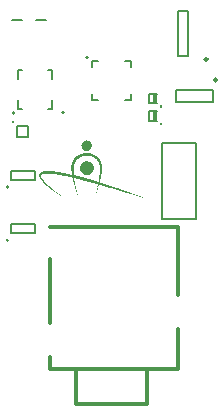
<source format=gbr>
%TF.GenerationSoftware,Altium Limited,Altium Designer,22.5.1 (42)*%
G04 Layer_Color=65535*
%FSLAX45Y45*%
%MOMM*%
%TF.SameCoordinates,A79CAE12-DCBF-455A-9705-E792248E02F7*%
%TF.FilePolarity,Positive*%
%TF.FileFunction,Legend,Top*%
%TF.Part,Single*%
G01*
G75*
%TA.AperFunction,NonConductor*%
%ADD44C,0.20000*%
%ADD45C,0.25400*%
%ADD46C,0.25000*%
%ADD47C,0.20320*%
%ADD48C,0.30000*%
%ADD49C,0.15000*%
%ADD50C,0.15240*%
%ADD51R,0.40000X0.80000*%
G36*
X-206093Y-1205478D02*
X-205057D01*
Y-1206514D01*
X-204021D01*
Y-1207551D01*
X-200913D01*
Y-1206514D01*
X-198841D01*
Y-1207551D01*
X-197805D01*
Y-1208586D01*
X-196769D01*
Y-1209623D01*
X-192624D01*
Y-1211695D01*
X-190553D01*
Y-1212731D01*
X-188480D01*
Y-1213767D01*
X-186408D01*
Y-1214803D01*
X-185372D01*
Y-1215839D01*
X-184336D01*
Y-1216875D01*
X-183300D01*
Y-1217911D01*
X-182264D01*
Y-1218947D01*
X-181228D01*
Y-1219983D01*
X-180192D01*
Y-1221019D01*
X-179156D01*
Y-1222055D01*
X-177084D01*
Y-1226199D01*
X-176047D01*
Y-1227235D01*
X-175012D01*
Y-1231380D01*
X-172939D01*
Y-1232416D01*
X-171903D01*
Y-1236560D01*
X-170867D01*
Y-1237596D01*
X-169832D01*
Y-1261425D01*
X-171903D01*
Y-1263498D01*
X-172939D01*
Y-1264534D01*
X-171903D01*
Y-1267642D01*
X-172939D01*
Y-1268678D01*
X-173975D01*
Y-1269714D01*
X-175012D01*
Y-1273858D01*
X-176047D01*
Y-1274894D01*
X-177084D01*
Y-1275930D01*
X-178120D01*
Y-1276966D01*
X-179156D01*
Y-1278003D01*
X-180192D01*
Y-1279039D01*
X-181228D01*
Y-1280075D01*
X-182264D01*
Y-1281111D01*
X-183300D01*
Y-1282147D01*
X-184336D01*
Y-1283183D01*
X-185372D01*
Y-1284219D01*
X-186408D01*
Y-1285255D01*
X-187444D01*
Y-1286291D01*
X-188480D01*
Y-1287327D01*
X-189516D01*
Y-1288363D01*
X-190553D01*
Y-1289399D01*
X-194697D01*
Y-1291471D01*
X-198841D01*
Y-1292507D01*
X-199877D01*
Y-1293543D01*
X-200913D01*
Y-1294580D01*
X-202985D01*
Y-1293543D01*
X-205057D01*
Y-1294580D01*
X-219562D01*
Y-1293543D01*
X-220598D01*
Y-1294580D01*
X-223706D01*
Y-1293543D01*
X-224743D01*
Y-1291471D01*
X-230959D01*
Y-1290435D01*
X-231995D01*
Y-1289399D01*
X-234067D01*
Y-1287327D01*
X-235103D01*
Y-1286291D01*
X-239247D01*
Y-1284219D01*
X-241320D01*
Y-1283183D01*
X-242355D01*
Y-1282147D01*
X-243392D01*
Y-1281111D01*
X-244428D01*
Y-1279039D01*
X-245464D01*
Y-1276966D01*
X-246500D01*
Y-1274894D01*
X-247535D01*
Y-1273858D01*
X-249608D01*
Y-1271786D01*
X-250644D01*
Y-1269714D01*
X-251680D01*
Y-1266606D01*
X-253752D01*
Y-1257281D01*
X-254788D01*
Y-1253137D01*
X-255824D01*
Y-1251065D01*
X-256861D01*
Y-1247957D01*
X-255824D01*
Y-1246921D01*
X-254788D01*
Y-1242776D01*
X-253752D01*
Y-1238632D01*
X-254788D01*
Y-1237596D01*
X-253752D01*
Y-1235524D01*
X-252716D01*
Y-1233452D01*
X-251680D01*
Y-1231380D01*
X-250644D01*
Y-1229307D01*
X-249608D01*
Y-1227235D01*
X-248572D01*
Y-1225164D01*
X-247535D01*
Y-1224127D01*
X-246500D01*
Y-1223092D01*
X-245464D01*
Y-1222055D01*
X-244428D01*
Y-1221019D01*
X-243392D01*
Y-1219983D01*
X-242355D01*
Y-1218947D01*
X-241320D01*
Y-1217911D01*
X-240283D01*
Y-1216875D01*
X-239247D01*
Y-1215839D01*
X-238211D01*
Y-1214803D01*
X-237175D01*
Y-1213767D01*
X-236139D01*
Y-1212731D01*
X-235103D01*
Y-1211695D01*
X-231995D01*
Y-1210658D01*
X-230959D01*
Y-1209623D01*
X-228887D01*
Y-1208586D01*
X-227851D01*
Y-1207551D01*
X-224743D01*
Y-1206514D01*
X-223706D01*
Y-1207551D01*
X-221634D01*
Y-1206514D01*
X-219562D01*
Y-1204442D01*
X-206093D01*
Y-1205478D01*
D02*
G37*
G36*
X-193661Y-1313229D02*
X-191588D01*
Y-1314265D01*
X-190553D01*
Y-1315301D01*
X-177084D01*
Y-1316336D01*
X-176047D01*
Y-1317373D01*
X-173975D01*
Y-1318409D01*
X-167759D01*
Y-1319445D01*
X-166723D01*
Y-1320481D01*
X-161543D01*
Y-1321517D01*
X-159471D01*
Y-1322553D01*
X-158435D01*
Y-1323589D01*
X-154291D01*
Y-1325661D01*
X-152218D01*
Y-1326697D01*
X-150146D01*
Y-1325661D01*
X-148074D01*
Y-1326697D01*
X-147038D01*
Y-1327733D01*
X-144966D01*
Y-1328770D01*
X-141857D01*
Y-1329805D01*
X-140822D01*
Y-1330842D01*
X-139785D01*
Y-1331877D01*
X-138750D01*
Y-1332914D01*
X-137713D01*
Y-1333950D01*
X-134605D01*
Y-1334986D01*
X-133569D01*
Y-1336022D01*
X-131497D01*
Y-1337058D01*
X-130461D01*
Y-1338094D01*
X-129425D01*
Y-1339130D01*
X-125281D01*
Y-1340166D01*
X-124245D01*
Y-1341202D01*
X-123209D01*
Y-1342238D01*
X-122173D01*
Y-1343274D01*
X-121136D01*
Y-1344310D01*
X-120100D01*
Y-1345346D01*
X-119064D01*
Y-1346383D01*
X-118028D01*
Y-1348454D01*
X-115956D01*
Y-1349491D01*
X-114920D01*
Y-1350527D01*
X-113884D01*
Y-1351563D01*
X-112848D01*
Y-1353635D01*
X-111812D01*
Y-1354671D01*
X-109740D01*
Y-1356743D01*
X-108704D01*
Y-1357779D01*
X-107668D01*
Y-1358815D01*
X-106632D01*
Y-1360887D01*
X-105595D01*
Y-1362959D01*
X-104559D01*
Y-1363995D01*
X-103524D01*
Y-1365032D01*
X-102487D01*
Y-1366068D01*
X-101451D01*
Y-1368140D01*
X-100415D01*
Y-1371248D01*
X-98343D01*
Y-1372284D01*
X-97307D01*
Y-1374356D01*
X-96271D01*
Y-1375392D01*
X-95235D01*
Y-1379536D01*
X-94199D01*
Y-1380572D01*
X-93163D01*
Y-1385753D01*
X-92127D01*
Y-1387825D01*
X-91091D01*
Y-1388861D01*
X-90055D01*
Y-1393005D01*
X-89018D01*
Y-1394041D01*
X-87983D01*
Y-1396113D01*
X-86946D01*
Y-1397150D01*
X-87983D01*
Y-1402330D01*
X-86946D01*
Y-1403365D01*
X-85910D01*
Y-1404402D01*
X-84874D01*
Y-1415799D01*
X-83838D01*
Y-1416834D01*
X-82802D01*
Y-1418906D01*
X-81766D01*
Y-1422015D01*
X-82802D01*
Y-1428231D01*
X-81766D01*
Y-1441700D01*
X-82802D01*
Y-1453097D01*
X-81766D01*
Y-1457241D01*
X-82802D01*
Y-1459313D01*
X-81766D01*
Y-1462421D01*
X-82802D01*
Y-1464493D01*
X-83838D01*
Y-1466565D01*
X-84874D01*
Y-1485214D01*
X-85910D01*
Y-1487287D01*
X-86946D01*
Y-1488323D01*
X-87983D01*
Y-1502828D01*
X-90055D01*
Y-1515260D01*
X-91091D01*
Y-1516296D01*
X-92127D01*
Y-1519404D01*
X-93163D01*
Y-1523549D01*
X-92127D01*
Y-1526657D01*
X-93163D01*
Y-1528729D01*
X-94199D01*
Y-1529765D01*
X-95235D01*
Y-1542198D01*
X-96271D01*
Y-1543234D01*
X-97307D01*
Y-1545306D01*
X-98343D01*
Y-1548414D01*
X-97307D01*
Y-1551522D01*
X-98343D01*
Y-1552558D01*
X-99379D01*
Y-1553594D01*
X-100415D01*
Y-1560847D01*
X-99379D01*
Y-1561883D01*
X-96271D01*
Y-1562919D01*
X-95235D01*
Y-1563955D01*
X-94199D01*
Y-1564991D01*
X-91091D01*
Y-1563955D01*
X-89018D01*
Y-1564991D01*
X-87983D01*
Y-1566027D01*
X-86946D01*
Y-1567063D01*
X-79694D01*
Y-1568099D01*
X-77622D01*
Y-1569135D01*
X-72442D01*
Y-1570171D01*
X-69334D01*
Y-1571208D01*
X-68297D01*
Y-1572243D01*
X-61045D01*
Y-1574316D01*
X-58973D01*
Y-1575352D01*
X-56901D01*
Y-1574316D01*
X-54828D01*
Y-1575352D01*
X-53793D01*
Y-1576388D01*
X-52756D01*
Y-1577424D01*
X-45504D01*
Y-1579496D01*
X-43432D01*
Y-1580532D01*
X-37216D01*
Y-1581568D01*
X-36180D01*
Y-1582604D01*
X-29963D01*
Y-1583640D01*
X-28927D01*
Y-1584676D01*
X-27891D01*
Y-1585712D01*
X-21675D01*
Y-1586749D01*
X-20639D01*
Y-1587784D01*
X-14422D01*
Y-1588820D01*
X-13386D01*
Y-1589857D01*
X-12350D01*
Y-1590892D01*
X-6134D01*
Y-1591929D01*
X-4062D01*
Y-1592965D01*
X-3026D01*
Y-1594001D01*
X2155D01*
Y-1595037D01*
X4227D01*
Y-1596073D01*
X5263D01*
Y-1597109D01*
X11479D01*
Y-1599181D01*
X18732D01*
Y-1600217D01*
X19768D01*
Y-1601253D01*
X20804D01*
Y-1602289D01*
X27020D01*
Y-1603325D01*
X28056D01*
Y-1604361D01*
X34273D01*
Y-1605398D01*
X36345D01*
Y-1606433D01*
X37381D01*
Y-1607470D01*
X42561D01*
Y-1608506D01*
X43597D01*
Y-1609542D01*
X49813D01*
Y-1610578D01*
X51885D01*
Y-1611614D01*
X52922D01*
Y-1612650D01*
X59138D01*
Y-1614722D01*
X66391D01*
Y-1615758D01*
X67426D01*
Y-1616794D01*
X68463D01*
Y-1617830D01*
X74679D01*
Y-1618866D01*
X75715D01*
Y-1619902D01*
X81931D01*
Y-1620939D01*
X82967D01*
Y-1621974D01*
X84003D01*
Y-1623010D01*
X90220D01*
Y-1624047D01*
X91256D01*
Y-1625082D01*
X93328D01*
Y-1626119D01*
X98508D01*
Y-1627155D01*
X100581D01*
Y-1628191D01*
X102653D01*
Y-1629227D01*
X104724D01*
Y-1630263D01*
X105761D01*
Y-1631299D01*
X111977D01*
Y-1632335D01*
X113013D01*
Y-1633371D01*
X115085D01*
Y-1634407D01*
X120265D01*
Y-1635443D01*
X121302D01*
Y-1636479D01*
X127518D01*
Y-1637515D01*
X128554D01*
Y-1638551D01*
X130626D01*
Y-1639588D01*
X135806D01*
Y-1640623D01*
X136842D01*
Y-1641660D01*
X140987D01*
Y-1642696D01*
X142023D01*
Y-1643732D01*
X143059D01*
Y-1644768D01*
X150311D01*
Y-1645804D01*
X151347D01*
Y-1646840D01*
X156528D01*
Y-1647876D01*
X157564D01*
Y-1648912D01*
X158600D01*
Y-1649948D01*
X164816D01*
Y-1650984D01*
X166888D01*
Y-1652020D01*
X168961D01*
Y-1653056D01*
X171032D01*
Y-1654092D01*
X172069D01*
Y-1655128D01*
X178285D01*
Y-1656164D01*
X179321D01*
Y-1657200D01*
X182429D01*
Y-1658237D01*
X186573D01*
Y-1659273D01*
X187610D01*
Y-1660309D01*
X189682D01*
Y-1661345D01*
X191753D01*
Y-1660309D01*
X194862D01*
Y-1661345D01*
X195898D01*
Y-1662381D01*
X197970D01*
Y-1663417D01*
X200042D01*
Y-1664453D01*
X201078D01*
Y-1665489D01*
X205222D01*
Y-1666525D01*
X208331D01*
Y-1667561D01*
X209367D01*
Y-1668597D01*
X215583D01*
Y-1669633D01*
X217655D01*
Y-1670669D01*
X218691D01*
Y-1671705D01*
X223872D01*
Y-1672741D01*
X224908D01*
Y-1673778D01*
X229052D01*
Y-1674814D01*
X230088D01*
Y-1675850D01*
X231124D01*
Y-1676886D01*
X238376D01*
Y-1677921D01*
X239412D01*
Y-1678958D01*
X245629D01*
Y-1679994D01*
X246665D01*
Y-1681030D01*
X247701D01*
Y-1682066D01*
X250809D01*
Y-1683102D01*
X251845D01*
Y-1684138D01*
X259098D01*
Y-1685174D01*
X260134D01*
Y-1687246D01*
X265314D01*
Y-1689318D01*
X263242D01*
Y-1690355D01*
X261170D01*
Y-1689318D01*
X260134D01*
Y-1688282D01*
X258061D01*
Y-1687246D01*
X250809D01*
Y-1686210D01*
X249773D01*
Y-1685174D01*
X247701D01*
Y-1684138D01*
X244593D01*
Y-1685174D01*
X243557D01*
Y-1684138D01*
X241484D01*
Y-1683102D01*
X240449D01*
Y-1682066D01*
X234232D01*
Y-1681030D01*
X232160D01*
Y-1679994D01*
X230088D01*
Y-1678958D01*
X223872D01*
Y-1677921D01*
X222835D01*
Y-1676886D01*
X221800D01*
Y-1675850D01*
X220763D01*
Y-1676886D01*
X216619D01*
Y-1675850D01*
X215583D01*
Y-1674814D01*
X214547D01*
Y-1673778D01*
X206259D01*
Y-1672741D01*
X205222D01*
Y-1670669D01*
X196934D01*
Y-1669633D01*
X195898D01*
Y-1668597D01*
X189682D01*
Y-1667561D01*
X187610D01*
Y-1666525D01*
X186573D01*
Y-1665489D01*
X179321D01*
Y-1664453D01*
X177249D01*
Y-1663417D01*
X176213D01*
Y-1662381D01*
X169996D01*
Y-1661345D01*
X168961D01*
Y-1660309D01*
X162744D01*
Y-1659273D01*
X159636D01*
Y-1658237D01*
X158600D01*
Y-1657200D01*
X151347D01*
Y-1656164D01*
X150311D01*
Y-1655128D01*
X144095D01*
Y-1654092D01*
X143059D01*
Y-1653056D01*
X142023D01*
Y-1652020D01*
X133734D01*
Y-1650984D01*
X132698D01*
Y-1649948D01*
X126482D01*
Y-1648912D01*
X124410D01*
Y-1647876D01*
X123374D01*
Y-1646840D01*
X116121D01*
Y-1644768D01*
X114049D01*
Y-1643732D01*
X111977D01*
Y-1644768D01*
X107833D01*
Y-1643732D01*
X106797D01*
Y-1642696D01*
X104724D01*
Y-1641660D01*
X98508D01*
Y-1640623D01*
X97472D01*
Y-1639588D01*
X95400D01*
Y-1638551D01*
X94364D01*
Y-1639588D01*
X90220D01*
Y-1638551D01*
X89184D01*
Y-1637515D01*
X88148D01*
Y-1636479D01*
X80895D01*
Y-1635443D01*
X79859D01*
Y-1634407D01*
X78823D01*
Y-1633371D01*
X71571D01*
Y-1632335D01*
X70535D01*
Y-1631299D01*
X69499D01*
Y-1630263D01*
X62246D01*
Y-1629227D01*
X61210D01*
Y-1628191D01*
X53957D01*
Y-1627155D01*
X51885D01*
Y-1626119D01*
X50850D01*
Y-1625082D01*
X44633D01*
Y-1624047D01*
X43597D01*
Y-1623010D01*
X41525D01*
Y-1621974D01*
X40489D01*
Y-1623010D01*
X36345D01*
Y-1621974D01*
X34273D01*
Y-1620939D01*
X33236D01*
Y-1619902D01*
X27020D01*
Y-1618866D01*
X24948D01*
Y-1617830D01*
X18732D01*
Y-1616794D01*
X16660D01*
Y-1615758D01*
X15624D01*
Y-1614722D01*
X8371D01*
Y-1613686D01*
X7335D01*
Y-1612650D01*
X4227D01*
Y-1611614D01*
X2155D01*
Y-1612650D01*
X83D01*
Y-1611614D01*
X-1989D01*
Y-1610578D01*
X-3026D01*
Y-1609542D01*
X-10278D01*
Y-1608506D01*
X-11314D01*
Y-1607470D01*
X-13386D01*
Y-1606433D01*
X-14422D01*
Y-1607470D01*
X-18566D01*
Y-1606433D01*
X-20639D01*
Y-1605398D01*
X-21675D01*
Y-1604361D01*
X-28927D01*
Y-1603325D01*
X-29963D01*
Y-1602289D01*
X-32035D01*
Y-1601253D01*
X-35144D01*
Y-1602289D01*
X-37216D01*
Y-1601253D01*
X-38252D01*
Y-1600217D01*
X-39287D01*
Y-1599181D01*
X-47576D01*
Y-1598145D01*
X-48613D01*
Y-1597109D01*
X-49648D01*
Y-1596073D01*
X-56901D01*
Y-1595037D01*
X-57937D01*
Y-1594001D01*
X-58973D01*
Y-1592965D01*
X-66225D01*
Y-1591929D01*
X-68297D01*
Y-1590892D01*
X-75550D01*
Y-1589857D01*
X-76586D01*
Y-1588820D01*
X-77622D01*
Y-1587784D01*
X-85910D01*
Y-1586749D01*
X-86946D01*
Y-1585712D01*
X-93163D01*
Y-1584676D01*
X-95235D01*
Y-1583640D01*
X-96271D01*
Y-1582604D01*
X-105595D01*
Y-1583640D01*
X-106632D01*
Y-1584676D01*
X-107668D01*
Y-1586749D01*
X-108704D01*
Y-1592965D01*
X-109740D01*
Y-1594001D01*
X-110776D01*
Y-1595037D01*
X-111812D01*
Y-1599181D01*
X-110776D01*
Y-1601253D01*
X-111812D01*
Y-1603325D01*
X-112848D01*
Y-1605398D01*
X-113884D01*
Y-1611614D01*
X-114920D01*
Y-1612650D01*
X-116992D01*
Y-1619902D01*
X-118028D01*
Y-1620939D01*
X-119064D01*
Y-1623010D01*
X-120100D01*
Y-1628191D01*
X-121136D01*
Y-1629227D01*
X-122173D01*
Y-1635443D01*
X-123209D01*
Y-1636479D01*
X-124245D01*
Y-1638551D01*
X-125281D01*
Y-1643732D01*
X-126317D01*
Y-1644768D01*
X-127353D01*
Y-1650984D01*
X-128389D01*
Y-1652020D01*
X-129425D01*
Y-1655128D01*
X-130461D01*
Y-1657200D01*
X-132533D01*
Y-1649948D01*
X-131497D01*
Y-1648912D01*
X-130461D01*
Y-1641660D01*
X-129425D01*
Y-1639588D01*
X-128389D01*
Y-1638551D01*
X-127353D01*
Y-1630263D01*
X-126317D01*
Y-1629227D01*
X-125281D01*
Y-1625082D01*
X-124245D01*
Y-1621974D01*
X-125281D01*
Y-1619902D01*
X-124245D01*
Y-1617830D01*
X-122173D01*
Y-1607470D01*
X-121136D01*
Y-1606433D01*
X-120100D01*
Y-1604361D01*
X-119064D01*
Y-1598145D01*
X-120100D01*
Y-1595037D01*
X-119064D01*
Y-1592965D01*
X-118028D01*
Y-1591929D01*
X-116992D01*
Y-1588820D01*
X-115956D01*
Y-1585712D01*
X-116992D01*
Y-1582604D01*
X-115956D01*
Y-1577424D01*
X-123209D01*
Y-1576388D01*
X-124245D01*
Y-1575352D01*
X-126317D01*
Y-1574316D01*
X-127353D01*
Y-1575352D01*
X-131497D01*
Y-1574316D01*
X-133569D01*
Y-1573280D01*
X-134605D01*
Y-1572243D01*
X-141857D01*
Y-1571208D01*
X-142894D01*
Y-1570171D01*
X-144966D01*
Y-1569135D01*
X-152218D01*
Y-1568099D01*
X-153254D01*
Y-1567063D01*
X-160506D01*
Y-1566027D01*
X-161543D01*
Y-1564991D01*
X-163615D01*
Y-1563955D01*
X-170867D01*
Y-1562919D01*
X-171903D01*
Y-1561883D01*
X-173975D01*
Y-1560847D01*
X-176047D01*
Y-1561883D01*
X-179156D01*
Y-1560847D01*
X-181228D01*
Y-1559811D01*
X-182264D01*
Y-1558775D01*
X-190553D01*
Y-1557739D01*
X-191588D01*
Y-1556702D01*
X-192624D01*
Y-1555667D01*
X-199877D01*
Y-1554631D01*
X-200913D01*
Y-1553594D01*
X-207129D01*
Y-1552558D01*
X-210238D01*
Y-1551522D01*
X-211274D01*
Y-1550486D01*
X-219562D01*
Y-1549450D01*
X-220598D01*
Y-1548414D01*
X-222670D01*
Y-1547378D01*
X-229923D01*
Y-1546342D01*
X-230959D01*
Y-1545306D01*
X-239247D01*
Y-1544270D01*
X-241320D01*
Y-1543234D01*
X-242355D01*
Y-1542198D01*
X-245464D01*
Y-1543234D01*
X-248572D01*
Y-1542198D01*
X-249608D01*
Y-1541162D01*
X-250644D01*
Y-1540126D01*
X-259968D01*
Y-1539090D01*
X-261004D01*
Y-1538053D01*
X-262041D01*
Y-1537017D01*
X-266185D01*
Y-1538053D01*
X-269293D01*
Y-1537017D01*
X-271365D01*
Y-1535981D01*
X-272401D01*
Y-1534945D01*
X-281726D01*
Y-1533909D01*
X-282762D01*
Y-1532873D01*
X-283798D01*
Y-1531837D01*
X-288978D01*
Y-1532873D01*
X-290014D01*
Y-1531837D01*
X-292086D01*
Y-1530801D01*
X-293122D01*
Y-1529765D01*
X-301411D01*
Y-1528729D01*
X-302447D01*
Y-1527693D01*
X-303483D01*
Y-1526657D01*
X-305555D01*
Y-1525621D01*
X-306591D01*
Y-1526657D01*
X-316952D01*
Y-1528729D01*
X-317988D01*
Y-1530801D01*
X-316952D01*
Y-1533909D01*
X-315916D01*
Y-1534945D01*
X-314880D01*
Y-1537017D01*
X-313843D01*
Y-1541162D01*
X-314880D01*
Y-1546342D01*
X-313843D01*
Y-1547378D01*
X-314880D01*
Y-1552558D01*
X-313843D01*
Y-1553594D01*
X-312808D01*
Y-1554631D01*
X-311772D01*
Y-1566027D01*
X-310735D01*
Y-1567063D01*
X-309699D01*
Y-1569135D01*
X-308663D01*
Y-1572243D01*
X-309699D01*
Y-1579496D01*
X-308663D01*
Y-1580532D01*
X-306591D01*
Y-1592965D01*
X-305555D01*
Y-1594001D01*
X-304519D01*
Y-1596073D01*
X-303483D01*
Y-1598145D01*
X-304519D01*
Y-1599181D01*
X-303483D01*
Y-1602289D01*
X-304519D01*
Y-1605398D01*
X-303483D01*
Y-1606433D01*
X-302447D01*
Y-1607470D01*
X-301411D01*
Y-1616794D01*
X-300375D01*
Y-1617830D01*
X-299339D01*
Y-1619902D01*
X-298303D01*
Y-1624047D01*
X-299339D01*
Y-1626119D01*
X-298303D01*
Y-1628191D01*
X-297267D01*
Y-1629227D01*
X-296231D01*
Y-1637515D01*
X-295194D01*
Y-1638551D01*
X-294158D01*
Y-1640623D01*
X-293122D01*
Y-1648912D01*
X-292086D01*
Y-1649948D01*
X-291050D01*
Y-1652020D01*
X-290014D01*
Y-1656164D01*
X-291050D01*
Y-1657200D01*
X-292086D01*
Y-1656164D01*
X-293122D01*
Y-1655128D01*
X-294158D01*
Y-1650984D01*
X-295194D01*
Y-1649948D01*
X-296231D01*
Y-1645804D01*
X-297267D01*
Y-1643732D01*
X-298303D01*
Y-1638551D01*
X-299339D01*
Y-1636479D01*
X-300375D01*
Y-1634407D01*
X-301411D01*
Y-1629227D01*
X-302447D01*
Y-1628191D01*
X-303483D01*
Y-1626119D01*
X-304519D01*
Y-1625082D01*
X-303483D01*
Y-1620939D01*
X-304519D01*
Y-1619902D01*
X-305555D01*
Y-1618866D01*
X-306591D01*
Y-1612650D01*
X-307627D01*
Y-1611614D01*
X-308663D01*
Y-1609542D01*
X-309699D01*
Y-1608506D01*
X-308663D01*
Y-1605398D01*
X-309699D01*
Y-1603325D01*
X-310735D01*
Y-1602289D01*
X-311772D01*
Y-1594001D01*
X-313843D01*
Y-1585712D01*
X-314880D01*
Y-1584676D01*
X-315916D01*
Y-1583640D01*
X-316952D01*
Y-1575352D01*
X-317988D01*
Y-1574316D01*
X-319024D01*
Y-1573280D01*
X-320060D01*
Y-1570171D01*
X-319024D01*
Y-1566027D01*
X-320060D01*
Y-1564991D01*
X-321096D01*
Y-1562919D01*
X-322132D01*
Y-1554631D01*
X-323168D01*
Y-1553594D01*
X-324204D01*
Y-1552558D01*
X-325240D01*
Y-1543234D01*
X-326276D01*
Y-1541162D01*
X-327312D01*
Y-1538053D01*
X-328349D01*
Y-1533909D01*
X-327312D01*
Y-1530801D01*
X-328349D01*
Y-1529765D01*
X-329384D01*
Y-1528729D01*
X-330421D01*
Y-1521477D01*
X-332493D01*
Y-1520441D01*
X-336637D01*
Y-1519404D01*
X-338709D01*
Y-1518369D01*
X-348033D01*
Y-1517332D01*
X-349070D01*
Y-1516296D01*
X-351142D01*
Y-1515260D01*
X-360466D01*
Y-1514224D01*
X-361502D01*
Y-1513188D01*
X-370827D01*
Y-1512152D01*
X-371863D01*
Y-1511116D01*
X-373935D01*
Y-1510080D01*
X-383260D01*
Y-1509044D01*
X-384296D01*
Y-1508008D01*
X-395692D01*
Y-1506972D01*
X-396728D01*
Y-1505936D01*
X-397765D01*
Y-1504900D01*
X-410197D01*
Y-1503863D01*
X-411233D01*
Y-1502828D01*
X-423666D01*
Y-1501791D01*
X-424702D01*
Y-1500755D01*
X-426774D01*
Y-1499720D01*
X-438171D01*
Y-1498683D01*
X-439207D01*
Y-1497648D01*
X-444387D01*
Y-1496611D01*
X-445423D01*
Y-1497648D01*
X-451640D01*
Y-1496611D01*
X-452675D01*
Y-1495575D01*
X-453712D01*
Y-1494539D01*
X-466144D01*
Y-1493503D01*
X-468216D01*
Y-1492467D01*
X-469253D01*
Y-1491431D01*
X-484794D01*
Y-1490395D01*
X-486866D01*
Y-1489359D01*
X-488938D01*
Y-1488323D01*
X-497226D01*
Y-1489359D01*
X-502407D01*
Y-1488323D01*
X-503442D01*
Y-1487287D01*
X-504479D01*
Y-1486251D01*
X-575967D01*
Y-1487287D01*
X-577003D01*
Y-1488323D01*
X-578039D01*
Y-1489359D01*
X-581147D01*
Y-1488323D01*
X-582183D01*
Y-1489359D01*
X-584255D01*
Y-1490395D01*
X-585291D01*
Y-1491431D01*
X-587364D01*
Y-1492467D01*
X-591508D01*
Y-1493503D01*
X-593580D01*
Y-1494539D01*
X-594616D01*
Y-1495575D01*
X-595652D01*
Y-1496611D01*
X-596688D01*
Y-1497648D01*
X-597724D01*
Y-1499720D01*
X-598760D01*
Y-1500755D01*
X-597724D01*
Y-1513188D01*
X-596688D01*
Y-1514224D01*
X-595652D01*
Y-1515260D01*
X-594616D01*
Y-1517332D01*
X-595652D01*
Y-1520441D01*
X-594616D01*
Y-1521477D01*
X-593580D01*
Y-1522513D01*
X-592544D01*
Y-1523549D01*
X-591508D01*
Y-1524585D01*
X-590472D01*
Y-1526657D01*
X-589436D01*
Y-1529765D01*
X-588399D01*
Y-1530801D01*
X-587364D01*
Y-1531837D01*
X-586328D01*
Y-1532873D01*
X-585291D01*
Y-1534945D01*
X-584255D01*
Y-1537017D01*
X-583219D01*
Y-1538053D01*
X-582183D01*
Y-1539090D01*
X-581147D01*
Y-1540126D01*
X-580111D01*
Y-1541162D01*
X-579075D01*
Y-1542198D01*
X-578039D01*
Y-1543234D01*
X-577003D01*
Y-1547378D01*
X-575967D01*
Y-1548414D01*
X-574931D01*
Y-1549450D01*
X-573895D01*
Y-1550486D01*
X-572859D01*
Y-1551522D01*
X-571823D01*
Y-1552558D01*
X-570787D01*
Y-1553594D01*
X-569750D01*
Y-1554631D01*
X-568714D01*
Y-1555667D01*
X-567678D01*
Y-1556702D01*
X-566642D01*
Y-1557739D01*
X-565606D01*
Y-1558775D01*
X-564570D01*
Y-1559811D01*
X-563534D01*
Y-1560847D01*
X-562498D01*
Y-1561883D01*
X-561462D01*
Y-1562919D01*
X-560426D01*
Y-1563955D01*
X-559390D01*
Y-1564991D01*
X-558354D01*
Y-1566027D01*
X-557318D01*
Y-1567063D01*
X-556282D01*
Y-1568099D01*
X-555246D01*
Y-1569135D01*
X-554209D01*
Y-1570171D01*
X-553173D01*
Y-1571208D01*
X-552138D01*
Y-1572243D01*
X-551101D01*
Y-1573280D01*
X-550065D01*
Y-1574316D01*
X-549029D01*
Y-1575352D01*
X-547993D01*
Y-1576388D01*
X-546957D01*
Y-1577424D01*
X-545921D01*
Y-1578460D01*
X-544885D01*
Y-1579496D01*
X-543849D01*
Y-1580532D01*
X-542813D01*
Y-1581568D01*
X-541777D01*
Y-1582604D01*
X-540741D01*
Y-1583640D01*
X-539705D01*
Y-1584676D01*
X-538669D01*
Y-1585712D01*
X-537632D01*
Y-1586749D01*
X-536597D01*
Y-1587784D01*
X-533488D01*
Y-1588820D01*
X-532452D01*
Y-1589857D01*
X-530380D01*
Y-1590892D01*
X-529344D01*
Y-1591929D01*
X-528308D01*
Y-1592965D01*
X-527272D01*
Y-1594001D01*
X-526236D01*
Y-1595037D01*
X-525200D01*
Y-1596073D01*
X-524164D01*
Y-1597109D01*
X-523128D01*
Y-1598145D01*
X-522091D01*
Y-1599181D01*
X-521056D01*
Y-1600217D01*
X-520020D01*
Y-1601253D01*
X-518983D01*
Y-1602289D01*
X-517948D01*
Y-1603325D01*
X-516911D01*
Y-1604361D01*
X-515876D01*
Y-1605398D01*
X-514839D01*
Y-1606433D01*
X-513803D01*
Y-1607470D01*
X-512767D01*
Y-1608506D01*
X-511731D01*
Y-1609542D01*
X-509659D01*
Y-1610578D01*
X-508623D01*
Y-1611614D01*
X-506551D01*
Y-1612650D01*
X-505515D01*
Y-1613686D01*
X-504479D01*
Y-1614722D01*
X-503442D01*
Y-1615758D01*
X-502407D01*
Y-1616794D01*
X-501370D01*
Y-1617830D01*
X-500335D01*
Y-1618866D01*
X-499298D01*
Y-1619902D01*
X-498262D01*
Y-1620939D01*
X-497226D01*
Y-1621974D01*
X-495154D01*
Y-1624047D01*
X-493082D01*
Y-1625082D01*
X-492046D01*
Y-1626119D01*
X-489974D01*
Y-1627155D01*
X-487902D01*
Y-1629227D01*
X-486866D01*
Y-1630263D01*
X-484794D01*
Y-1631299D01*
X-483757D01*
Y-1632335D01*
X-482721D01*
Y-1633371D01*
X-481685D01*
Y-1634407D01*
X-480649D01*
Y-1635443D01*
X-479613D01*
Y-1636479D01*
X-476505D01*
Y-1637515D01*
X-475469D01*
Y-1638551D01*
X-474433D01*
Y-1639588D01*
X-473397D01*
Y-1640623D01*
X-472361D01*
Y-1641660D01*
X-470289D01*
Y-1643732D01*
X-469253D01*
Y-1644768D01*
X-465109D01*
Y-1645804D01*
X-464072D01*
Y-1646840D01*
X-463036D01*
Y-1647876D01*
X-462000D01*
Y-1648912D01*
X-460964D01*
Y-1649948D01*
X-459928D01*
Y-1650984D01*
X-458892D01*
Y-1652020D01*
X-457856D01*
Y-1653056D01*
X-455784D01*
Y-1654092D01*
X-453712D01*
Y-1655128D01*
X-452675D01*
Y-1656164D01*
X-451640D01*
Y-1657200D01*
X-450603D01*
Y-1658237D01*
X-448531D01*
Y-1659273D01*
X-447495D01*
Y-1661345D01*
X-445423D01*
Y-1662381D01*
X-444387D01*
Y-1663417D01*
X-441279D01*
Y-1664453D01*
X-440243D01*
Y-1665489D01*
X-439207D01*
Y-1666525D01*
X-438171D01*
Y-1667561D01*
X-436099D01*
Y-1669633D01*
X-435062D01*
Y-1670669D01*
X-432991D01*
Y-1671705D01*
X-429882D01*
Y-1672741D01*
X-428846D01*
Y-1673778D01*
X-427810D01*
Y-1674814D01*
X-426774D01*
Y-1675850D01*
X-425738D01*
Y-1676886D01*
X-424702D01*
Y-1678958D01*
X-420558D01*
Y-1679994D01*
X-418486D01*
Y-1682066D01*
X-416413D01*
Y-1684138D01*
X-415378D01*
Y-1685174D01*
X-414341D01*
Y-1687246D01*
X-415378D01*
Y-1686210D01*
X-416413D01*
Y-1685174D01*
X-418486D01*
Y-1684138D01*
X-420558D01*
Y-1683102D01*
X-422630D01*
Y-1682066D01*
X-423666D01*
Y-1679994D01*
X-424702D01*
Y-1678958D01*
X-428846D01*
Y-1677921D01*
X-429882D01*
Y-1676886D01*
X-430919D01*
Y-1675850D01*
X-432991D01*
Y-1674814D01*
X-434027D01*
Y-1673778D01*
X-435062D01*
Y-1672741D01*
X-437135D01*
Y-1671705D01*
X-439207D01*
Y-1670669D01*
X-440243D01*
Y-1669633D01*
X-441279D01*
Y-1668597D01*
X-442315D01*
Y-1667561D01*
X-444387D01*
Y-1666525D01*
X-446459D01*
Y-1665489D01*
X-448531D01*
Y-1663417D01*
X-449568D01*
Y-1662381D01*
X-451640D01*
Y-1661345D01*
X-453712D01*
Y-1660309D01*
X-455784D01*
Y-1659273D01*
X-456820D01*
Y-1658237D01*
X-457856D01*
Y-1657200D01*
X-458892D01*
Y-1656164D01*
X-459928D01*
Y-1655128D01*
X-463036D01*
Y-1654092D01*
X-464072D01*
Y-1653056D01*
X-465109D01*
Y-1652020D01*
X-467180D01*
Y-1650984D01*
X-468216D01*
Y-1649948D01*
X-470289D01*
Y-1648912D01*
X-472361D01*
Y-1647876D01*
X-473397D01*
Y-1646840D01*
X-474433D01*
Y-1645804D01*
X-475469D01*
Y-1644768D01*
X-478577D01*
Y-1643732D01*
X-479613D01*
Y-1642696D01*
X-480649D01*
Y-1641660D01*
X-481685D01*
Y-1640623D01*
X-482721D01*
Y-1639588D01*
X-486866D01*
Y-1638551D01*
X-487902D01*
Y-1637515D01*
X-488938D01*
Y-1636479D01*
X-489974D01*
Y-1635443D01*
X-491010D01*
Y-1634407D01*
X-492046D01*
Y-1633371D01*
X-494118D01*
Y-1632335D01*
X-496190D01*
Y-1631299D01*
X-497226D01*
Y-1630263D01*
X-498262D01*
Y-1629227D01*
X-500335D01*
Y-1627155D01*
X-501370D01*
Y-1626119D01*
X-502407D01*
Y-1625082D01*
X-505515D01*
Y-1624047D01*
X-507587D01*
Y-1623010D01*
X-508623D01*
Y-1621974D01*
X-509659D01*
Y-1620939D01*
X-510695D01*
Y-1619902D01*
X-511731D01*
Y-1618866D01*
X-512767D01*
Y-1617830D01*
X-513803D01*
Y-1616794D01*
X-517948D01*
Y-1614722D01*
X-520020D01*
Y-1613686D01*
X-521056D01*
Y-1612650D01*
X-522091D01*
Y-1611614D01*
X-523128D01*
Y-1609542D01*
X-525200D01*
Y-1608506D01*
X-527272D01*
Y-1607470D01*
X-529344D01*
Y-1606433D01*
X-530380D01*
Y-1605398D01*
X-531417D01*
Y-1604361D01*
X-532452D01*
Y-1603325D01*
X-533488D01*
Y-1602289D01*
X-534524D01*
Y-1601253D01*
X-535560D01*
Y-1600217D01*
X-536597D01*
Y-1599181D01*
X-537632D01*
Y-1598145D01*
X-538669D01*
Y-1597109D01*
X-539705D01*
Y-1596073D01*
X-541777D01*
Y-1595037D01*
X-542813D01*
Y-1594001D01*
X-545921D01*
Y-1592965D01*
X-546957D01*
Y-1591929D01*
X-547993D01*
Y-1590892D01*
X-549029D01*
Y-1589857D01*
X-550065D01*
Y-1587784D01*
X-552138D01*
Y-1585712D01*
X-553173D01*
Y-1584676D01*
X-555246D01*
Y-1583640D01*
X-556282D01*
Y-1582604D01*
X-557318D01*
Y-1580532D01*
X-558354D01*
Y-1579496D01*
X-561462D01*
Y-1578460D01*
X-562498D01*
Y-1577424D01*
X-564570D01*
Y-1576388D01*
X-565606D01*
Y-1575352D01*
X-566642D01*
Y-1574316D01*
X-567678D01*
Y-1573280D01*
X-568714D01*
Y-1572243D01*
X-569750D01*
Y-1571208D01*
X-570787D01*
Y-1570171D01*
X-571823D01*
Y-1569135D01*
X-572859D01*
Y-1568099D01*
X-573895D01*
Y-1567063D01*
X-574931D01*
Y-1566027D01*
X-575967D01*
Y-1564991D01*
X-577003D01*
Y-1563955D01*
X-578039D01*
Y-1562919D01*
X-579075D01*
Y-1560847D01*
X-580111D01*
Y-1559811D01*
X-581147D01*
Y-1558775D01*
X-582183D01*
Y-1557739D01*
X-583219D01*
Y-1555667D01*
X-584255D01*
Y-1554631D01*
X-585291D01*
Y-1552558D01*
X-587364D01*
Y-1550486D01*
X-588399D01*
Y-1549450D01*
X-590472D01*
Y-1548414D01*
X-591508D01*
Y-1547378D01*
X-592544D01*
Y-1545306D01*
X-593580D01*
Y-1543234D01*
X-594616D01*
Y-1541162D01*
X-595652D01*
Y-1540126D01*
X-596688D01*
Y-1539090D01*
X-597724D01*
Y-1538053D01*
X-598760D01*
Y-1537017D01*
X-599796D01*
Y-1533909D01*
X-600832D01*
Y-1531837D01*
X-601868D01*
Y-1530801D01*
X-602905D01*
Y-1529765D01*
X-603940D01*
Y-1527693D01*
X-604977D01*
Y-1525621D01*
X-606013D01*
Y-1524585D01*
X-607049D01*
Y-1521477D01*
X-608085D01*
Y-1517332D01*
X-609120D01*
Y-1515260D01*
X-611193D01*
Y-1496611D01*
X-612229D01*
Y-1494539D01*
X-611193D01*
Y-1493503D01*
X-610157D01*
Y-1491431D01*
X-609120D01*
Y-1489359D01*
X-608085D01*
Y-1487287D01*
X-607049D01*
Y-1486251D01*
X-606013D01*
Y-1485214D01*
X-604977D01*
Y-1482106D01*
X-602905D01*
Y-1480034D01*
X-601868D01*
Y-1478998D01*
X-599796D01*
Y-1477962D01*
X-597724D01*
Y-1476926D01*
X-596688D01*
Y-1475890D01*
X-594616D01*
Y-1474854D01*
X-592544D01*
Y-1473818D01*
X-591508D01*
Y-1472782D01*
X-587364D01*
Y-1471746D01*
X-586328D01*
Y-1470710D01*
X-582183D01*
Y-1469673D01*
X-580111D01*
Y-1468638D01*
X-578039D01*
Y-1467602D01*
X-565606D01*
Y-1466565D01*
X-563534D01*
Y-1465529D01*
X-501370D01*
Y-1466565D01*
X-499298D01*
Y-1467602D01*
X-477541D01*
Y-1468638D01*
X-475469D01*
Y-1469673D01*
X-474433D01*
Y-1470710D01*
X-459928D01*
Y-1471746D01*
X-458892D01*
Y-1472782D01*
X-444387D01*
Y-1473818D01*
X-443351D01*
Y-1474854D01*
X-442315D01*
Y-1475890D01*
X-427810D01*
Y-1476926D01*
X-426774D01*
Y-1477962D01*
X-424702D01*
Y-1478998D01*
X-421594D01*
Y-1477962D01*
X-415378D01*
Y-1478998D01*
X-414341D01*
Y-1480034D01*
X-412269D01*
Y-1481070D01*
X-401909D01*
Y-1482106D01*
X-400872D01*
Y-1483142D01*
X-396728D01*
Y-1484179D01*
X-388440D01*
Y-1485214D01*
X-386368D01*
Y-1486251D01*
X-383260D01*
Y-1487287D01*
X-377043D01*
Y-1486251D01*
X-376007D01*
Y-1487287D01*
X-373935D01*
Y-1488323D01*
X-371863D01*
Y-1489359D01*
X-369791D01*
Y-1490395D01*
X-368755D01*
Y-1489359D01*
X-363574D01*
Y-1490395D01*
X-362539D01*
Y-1491431D01*
X-360466D01*
Y-1492467D01*
X-350105D01*
Y-1493503D01*
X-349070D01*
Y-1494539D01*
X-346998D01*
Y-1495575D01*
X-345961D01*
Y-1494539D01*
X-338709D01*
Y-1495575D01*
X-337673D01*
Y-1494539D01*
X-336637D01*
Y-1493503D01*
X-335601D01*
Y-1488323D01*
X-336637D01*
Y-1486251D01*
X-337673D01*
Y-1485214D01*
X-338709D01*
Y-1467602D01*
X-339745D01*
Y-1465529D01*
X-340781D01*
Y-1464493D01*
X-341817D01*
Y-1418906D01*
X-340781D01*
Y-1416834D01*
X-339745D01*
Y-1414762D01*
X-338709D01*
Y-1404402D01*
X-337673D01*
Y-1403365D01*
X-336637D01*
Y-1401294D01*
X-335601D01*
Y-1398185D01*
X-336637D01*
Y-1396113D01*
X-335601D01*
Y-1394041D01*
X-334565D01*
Y-1393005D01*
X-333529D01*
Y-1388861D01*
X-332493D01*
Y-1386789D01*
X-331457D01*
Y-1384717D01*
X-330421D01*
Y-1381609D01*
X-329384D01*
Y-1379536D01*
X-328349D01*
Y-1378500D01*
X-327312D01*
Y-1376428D01*
X-326276D01*
Y-1374356D01*
X-325240D01*
Y-1373320D01*
X-324204D01*
Y-1371248D01*
X-323168D01*
Y-1370212D01*
X-322132D01*
Y-1366068D01*
X-321096D01*
Y-1365032D01*
X-320060D01*
Y-1363995D01*
X-319024D01*
Y-1362959D01*
X-316952D01*
Y-1359851D01*
X-315916D01*
Y-1358815D01*
X-314880D01*
Y-1356743D01*
X-313843D01*
Y-1355707D01*
X-312808D01*
Y-1354671D01*
X-311772D01*
Y-1353635D01*
X-310735D01*
Y-1352599D01*
X-309699D01*
Y-1351563D01*
X-308663D01*
Y-1350527D01*
X-307627D01*
Y-1349491D01*
X-306591D01*
Y-1348454D01*
X-305555D01*
Y-1347418D01*
X-304519D01*
Y-1346383D01*
X-303483D01*
Y-1345346D01*
X-302447D01*
Y-1344310D01*
X-300375D01*
Y-1343274D01*
X-299339D01*
Y-1341202D01*
X-297267D01*
Y-1340166D01*
X-295194D01*
Y-1339130D01*
X-294158D01*
Y-1338094D01*
X-292086D01*
Y-1336022D01*
X-291050D01*
Y-1334986D01*
X-290014D01*
Y-1333950D01*
X-284834D01*
Y-1332914D01*
X-283798D01*
Y-1330842D01*
X-282762D01*
Y-1329805D01*
X-280690D01*
Y-1328770D01*
X-277582D01*
Y-1327733D01*
X-276545D01*
Y-1326697D01*
X-273437D01*
Y-1325661D01*
X-271365D01*
Y-1324625D01*
X-269293D01*
Y-1323589D01*
X-265149D01*
Y-1322553D01*
X-264113D01*
Y-1321517D01*
X-262041D01*
Y-1320481D01*
X-256861D01*
Y-1319445D01*
X-255824D01*
Y-1318409D01*
X-248572D01*
Y-1317373D01*
X-246500D01*
Y-1316336D01*
X-244428D01*
Y-1315301D01*
X-233031D01*
Y-1314265D01*
X-231995D01*
Y-1313229D01*
X-229923D01*
Y-1312193D01*
X-227851D01*
Y-1313229D01*
X-196769D01*
Y-1312193D01*
X-193661D01*
Y-1313229D01*
D02*
G37*
G36*
X-288978Y-1659273D02*
X-287942D01*
Y-1661345D01*
Y-1662381D01*
Y-1664453D01*
X-290014D01*
Y-1663417D01*
X-291050D01*
Y-1659273D01*
X-290014D01*
Y-1658237D01*
X-288978D01*
Y-1659273D01*
D02*
G37*
G36*
X-132533Y-1661345D02*
Y-1665489D01*
X-134605D01*
Y-1664453D01*
X-135641D01*
Y-1660309D01*
X-132533D01*
Y-1661345D01*
D02*
G37*
G36*
X-135641Y-1670669D02*
X-137713D01*
Y-1669633D01*
X-136677D01*
Y-1668597D01*
X-135641D01*
Y-1670669D01*
D02*
G37*
G36*
X-285870D02*
X-286906D01*
Y-1669633D01*
X-285870D01*
Y-1670669D01*
D02*
G37*
G36*
X-408125Y-1689318D02*
X-407089D01*
Y-1690355D01*
X-406053D01*
Y-1691390D01*
X-409161D01*
Y-1690355D01*
X-410197D01*
Y-1688282D01*
X-408125D01*
Y-1689318D01*
D02*
G37*
%LPC*%
G36*
X-196769Y-1336022D02*
X-197805D01*
Y-1337058D01*
X-217490D01*
Y-1336022D01*
X-219562D01*
Y-1337058D01*
X-223706D01*
Y-1338094D01*
X-225779D01*
Y-1339130D01*
X-239247D01*
Y-1340166D01*
X-240283D01*
Y-1341202D01*
X-242355D01*
Y-1342238D01*
X-246500D01*
Y-1341202D01*
X-247535D01*
Y-1342238D01*
X-249608D01*
Y-1343274D01*
X-250644D01*
Y-1344310D01*
X-255824D01*
Y-1345346D01*
X-257896D01*
Y-1346383D01*
X-259968D01*
Y-1347418D01*
X-263076D01*
Y-1348454D01*
X-264113D01*
Y-1349491D01*
X-268257D01*
Y-1350527D01*
X-269293D01*
Y-1351563D01*
X-270329D01*
Y-1352599D01*
X-273437D01*
Y-1353635D01*
X-274473D01*
Y-1354671D01*
X-275509D01*
Y-1355707D01*
X-276545D01*
Y-1356743D01*
X-277582D01*
Y-1357779D01*
X-279654D01*
Y-1358815D01*
X-281726D01*
Y-1359851D01*
X-282762D01*
Y-1360887D01*
X-284834D01*
Y-1361923D01*
X-285870D01*
Y-1362959D01*
X-286906D01*
Y-1363995D01*
X-287942D01*
Y-1365032D01*
X-288978D01*
Y-1366068D01*
X-290014D01*
Y-1367104D01*
X-291050D01*
Y-1368140D01*
X-292086D01*
Y-1369176D01*
X-293122D01*
Y-1370212D01*
X-294158D01*
Y-1371248D01*
X-295194D01*
Y-1372284D01*
X-296231D01*
Y-1373320D01*
X-297267D01*
Y-1374356D01*
X-298303D01*
Y-1376428D01*
X-299339D01*
Y-1378500D01*
X-300375D01*
Y-1380572D01*
X-301411D01*
Y-1381609D01*
X-303483D01*
Y-1383681D01*
X-304519D01*
Y-1385753D01*
X-305555D01*
Y-1387825D01*
X-306591D01*
Y-1389897D01*
X-307627D01*
Y-1390933D01*
X-308663D01*
Y-1391969D01*
Y-1393005D01*
X-309699D01*
Y-1396113D01*
X-310735D01*
Y-1397150D01*
X-311772D01*
Y-1402330D01*
X-312808D01*
Y-1403365D01*
X-313843D01*
Y-1404402D01*
X-314880D01*
Y-1410618D01*
X-315916D01*
Y-1412691D01*
X-316952D01*
Y-1422015D01*
X-317988D01*
Y-1425123D01*
X-319024D01*
Y-1428231D01*
X-320060D01*
Y-1467602D01*
X-319024D01*
Y-1469673D01*
X-317988D01*
Y-1475890D01*
X-316952D01*
Y-1495575D01*
X-315916D01*
Y-1497648D01*
X-314880D01*
Y-1498683D01*
X-313843D01*
Y-1499720D01*
X-309699D01*
Y-1500755D01*
X-306591D01*
Y-1501791D01*
X-304519D01*
Y-1502828D01*
X-295194D01*
Y-1503863D01*
X-294158D01*
Y-1504900D01*
X-286906D01*
Y-1505936D01*
X-284834D01*
Y-1506972D01*
X-282762D01*
Y-1508008D01*
X-275509D01*
Y-1509044D01*
X-274473D01*
Y-1510080D01*
X-267221D01*
Y-1511116D01*
X-265149D01*
Y-1512152D01*
X-263076D01*
Y-1513188D01*
X-256861D01*
Y-1514224D01*
X-254788D01*
Y-1515260D01*
X-247535D01*
Y-1516296D01*
X-246500D01*
Y-1517332D01*
X-244428D01*
Y-1518369D01*
X-237175D01*
Y-1519404D01*
X-235103D01*
Y-1520441D01*
X-233031D01*
Y-1521477D01*
X-225779D01*
Y-1522513D01*
X-223706D01*
Y-1523549D01*
X-220598D01*
Y-1524585D01*
X-216454D01*
Y-1525621D01*
X-214382D01*
Y-1526657D01*
X-207129D01*
Y-1527693D01*
X-205057D01*
Y-1528729D01*
X-202985D01*
Y-1529765D01*
X-197805D01*
Y-1530801D01*
X-196769D01*
Y-1531837D01*
X-189516D01*
Y-1532873D01*
X-187444D01*
Y-1533909D01*
X-186408D01*
Y-1534945D01*
X-179156D01*
Y-1535981D01*
X-178120D01*
Y-1537017D01*
X-171903D01*
Y-1538053D01*
X-169832D01*
Y-1539090D01*
X-167759D01*
Y-1540126D01*
X-160506D01*
Y-1541162D01*
X-159471D01*
Y-1542198D01*
X-153254D01*
Y-1543234D01*
X-151182D01*
Y-1544270D01*
X-150146D01*
Y-1545306D01*
X-142894D01*
Y-1546342D01*
X-141857D01*
Y-1547378D01*
X-135641D01*
Y-1548414D01*
X-133569D01*
Y-1549450D01*
X-132533D01*
Y-1550486D01*
X-125281D01*
Y-1551522D01*
X-124245D01*
Y-1552558D01*
X-121136D01*
Y-1553594D01*
X-116992D01*
Y-1554631D01*
X-114920D01*
Y-1555667D01*
X-110776D01*
Y-1549450D01*
X-109740D01*
Y-1547378D01*
X-108704D01*
Y-1532873D01*
X-107668D01*
Y-1530801D01*
X-106632D01*
Y-1528729D01*
X-105595D01*
Y-1514224D01*
X-104559D01*
Y-1512152D01*
X-103524D01*
Y-1498683D01*
X-102487D01*
Y-1495575D01*
X-101451D01*
Y-1493503D01*
X-100415D01*
Y-1469673D01*
X-99379D01*
Y-1467602D01*
X-98343D01*
Y-1428231D01*
X-99379D01*
Y-1426159D01*
X-100415D01*
Y-1413726D01*
X-101451D01*
Y-1412691D01*
X-102487D01*
Y-1410618D01*
X-103524D01*
Y-1404402D01*
X-104559D01*
Y-1403365D01*
X-105595D01*
Y-1398185D01*
X-106632D01*
Y-1397150D01*
X-107668D01*
Y-1395077D01*
X-108704D01*
Y-1391969D01*
X-109740D01*
Y-1390933D01*
X-110776D01*
Y-1388861D01*
X-111812D01*
Y-1387825D01*
X-112848D01*
Y-1385753D01*
X-113884D01*
Y-1383681D01*
X-114920D01*
Y-1381609D01*
X-115956D01*
Y-1380572D01*
X-116992D01*
Y-1379536D01*
X-118028D01*
Y-1377464D01*
X-119064D01*
Y-1376428D01*
X-120100D01*
Y-1374356D01*
X-121136D01*
Y-1373320D01*
X-122173D01*
Y-1372284D01*
X-123209D01*
Y-1371248D01*
X-124245D01*
Y-1370212D01*
X-125281D01*
Y-1369176D01*
X-126317D01*
Y-1368140D01*
X-127353D01*
Y-1367104D01*
X-128389D01*
Y-1366068D01*
X-129425D01*
Y-1365032D01*
X-130461D01*
Y-1363995D01*
X-131497D01*
Y-1362959D01*
X-132533D01*
Y-1361923D01*
X-133569D01*
Y-1360887D01*
X-134605D01*
Y-1359851D01*
X-135641D01*
Y-1358815D01*
X-138750D01*
Y-1357779D01*
X-139785D01*
Y-1356743D01*
X-140822D01*
Y-1355707D01*
X-141857D01*
Y-1354671D01*
X-142894D01*
Y-1353635D01*
X-144966D01*
Y-1352599D01*
X-147038D01*
Y-1351563D01*
X-149110D01*
Y-1350527D01*
X-150146D01*
Y-1349491D01*
X-154291D01*
Y-1348454D01*
X-155326D01*
Y-1347418D01*
X-159471D01*
Y-1346383D01*
X-160506D01*
Y-1345346D01*
X-161543D01*
Y-1344310D01*
X-166723D01*
Y-1343274D01*
X-167759D01*
Y-1342238D01*
X-169832D01*
Y-1341202D01*
X-171903D01*
Y-1342238D01*
X-176047D01*
Y-1341202D01*
X-177084D01*
Y-1340166D01*
X-178120D01*
Y-1339130D01*
X-192624D01*
Y-1338094D01*
X-194697D01*
Y-1337058D01*
X-196769D01*
Y-1336022D01*
D02*
G37*
%LPD*%
G36*
X-209202Y-1382644D02*
X-201949D01*
Y-1383681D01*
X-198841D01*
Y-1384717D01*
X-194697D01*
Y-1383681D01*
X-192624D01*
Y-1384717D01*
X-191588D01*
Y-1385753D01*
X-189516D01*
Y-1386789D01*
X-186408D01*
Y-1387825D01*
X-184336D01*
Y-1388861D01*
X-182264D01*
Y-1389897D01*
X-181228D01*
Y-1390933D01*
X-178120D01*
Y-1391969D01*
X-177084D01*
Y-1393005D01*
X-176047D01*
Y-1394041D01*
X-175012D01*
Y-1395077D01*
X-173975D01*
Y-1396113D01*
X-170867D01*
Y-1397150D01*
X-169832D01*
Y-1398185D01*
X-167759D01*
Y-1399222D01*
X-166723D01*
Y-1401294D01*
X-164651D01*
Y-1404402D01*
X-163615D01*
Y-1405438D01*
X-162579D01*
Y-1406474D01*
X-161543D01*
Y-1407510D01*
X-160506D01*
Y-1408546D01*
X-159471D01*
Y-1411654D01*
X-158435D01*
Y-1412691D01*
X-157398D01*
Y-1416834D01*
X-156363D01*
Y-1417871D01*
X-155326D01*
Y-1418906D01*
X-154291D01*
Y-1424087D01*
X-153254D01*
Y-1426159D01*
X-152218D01*
Y-1429267D01*
X-151182D01*
Y-1445844D01*
X-152218D01*
Y-1446880D01*
X-151182D01*
Y-1452061D01*
X-152218D01*
Y-1455169D01*
X-153254D01*
Y-1457241D01*
X-154291D01*
Y-1462421D01*
X-155326D01*
Y-1464493D01*
X-156363D01*
Y-1465529D01*
X-157398D01*
Y-1468638D01*
X-158435D01*
Y-1469673D01*
X-159471D01*
Y-1472782D01*
X-160506D01*
Y-1473818D01*
X-161543D01*
Y-1474854D01*
X-162579D01*
Y-1475890D01*
X-163615D01*
Y-1477962D01*
X-164651D01*
Y-1480034D01*
X-165687D01*
Y-1481070D01*
X-166723D01*
Y-1482106D01*
X-167759D01*
Y-1483142D01*
X-169832D01*
Y-1484179D01*
X-170867D01*
Y-1485214D01*
X-171903D01*
Y-1486251D01*
X-173975D01*
Y-1487287D01*
X-175012D01*
Y-1488323D01*
X-176047D01*
Y-1489359D01*
X-177084D01*
Y-1490395D01*
X-179156D01*
Y-1491431D01*
X-180192D01*
Y-1492467D01*
X-183300D01*
Y-1493503D01*
X-184336D01*
Y-1494539D01*
X-185372D01*
Y-1495575D01*
X-190553D01*
Y-1496611D01*
X-191588D01*
Y-1497648D01*
X-202985D01*
Y-1498683D01*
X-205057D01*
Y-1499720D01*
X-213346D01*
Y-1498683D01*
X-216454D01*
Y-1497648D01*
X-226814D01*
Y-1496611D01*
X-227851D01*
Y-1495575D01*
X-231995D01*
Y-1494539D01*
X-234067D01*
Y-1493503D01*
X-235103D01*
Y-1492467D01*
X-238211D01*
Y-1491431D01*
X-240283D01*
Y-1490395D01*
X-241320D01*
Y-1489359D01*
X-242355D01*
Y-1488323D01*
X-243392D01*
Y-1487287D01*
X-244428D01*
Y-1486251D01*
X-246500D01*
Y-1485214D01*
X-247535D01*
Y-1484179D01*
X-248572D01*
Y-1483142D01*
X-250644D01*
Y-1482106D01*
X-251680D01*
Y-1480034D01*
X-252716D01*
Y-1478998D01*
X-253752D01*
Y-1477962D01*
X-254788D01*
Y-1475890D01*
X-255824D01*
Y-1474854D01*
X-256861D01*
Y-1473818D01*
X-257896D01*
Y-1472782D01*
X-258932D01*
Y-1470710D01*
X-259968D01*
Y-1468638D01*
X-261004D01*
Y-1466565D01*
X-262041D01*
Y-1463457D01*
X-263076D01*
Y-1462421D01*
X-264113D01*
Y-1457241D01*
X-265149D01*
Y-1455169D01*
X-266185D01*
Y-1453097D01*
X-267221D01*
Y-1428231D01*
X-266185D01*
Y-1427195D01*
X-265149D01*
Y-1424087D01*
X-264113D01*
Y-1418906D01*
X-263076D01*
Y-1417871D01*
X-262041D01*
Y-1414762D01*
X-261004D01*
Y-1413726D01*
X-259968D01*
Y-1411654D01*
X-258932D01*
Y-1409582D01*
X-257896D01*
Y-1408546D01*
X-256861D01*
Y-1407510D01*
X-255824D01*
Y-1405438D01*
X-254788D01*
Y-1404402D01*
X-253752D01*
Y-1403365D01*
X-252716D01*
Y-1401294D01*
X-251680D01*
Y-1400258D01*
X-250644D01*
Y-1399222D01*
X-249608D01*
Y-1398185D01*
X-247535D01*
Y-1397150D01*
X-246500D01*
Y-1396113D01*
X-245464D01*
Y-1395077D01*
X-243392D01*
Y-1394041D01*
X-242355D01*
Y-1393005D01*
X-240283D01*
Y-1391969D01*
X-239247D01*
Y-1390933D01*
X-238211D01*
Y-1389897D01*
X-235103D01*
Y-1388861D01*
X-234067D01*
Y-1387825D01*
X-230959D01*
Y-1386789D01*
X-228887D01*
Y-1385753D01*
X-226814D01*
Y-1384717D01*
X-222670D01*
Y-1383681D01*
X-219562D01*
Y-1384717D01*
X-218526D01*
Y-1383681D01*
X-216454D01*
Y-1382644D01*
X-211274D01*
Y-1381609D01*
X-209202D01*
Y-1382644D01*
D02*
G37*
D44*
X-874062Y-1602315D02*
G03*
X-874062Y-1602315I-8035J0D01*
G01*
Y-2052315D02*
G03*
X-874062Y-2052315I-8035J0D01*
G01*
X-197378Y-503294D02*
G03*
X-197378Y-503294I-10000J0D01*
G01*
X352509Y-960000D02*
X380000Y-960000D01*
X320001Y-960000D02*
X352509D01*
X320000Y-1040000D02*
X320001Y-960000D01*
X320000Y-1040000D02*
X379999Y-1040000D01*
X352509Y-810000D02*
X380000Y-810000D01*
X320001Y-810000D02*
X352509D01*
X320000Y-890000D02*
X320001Y-810000D01*
X320000Y-890000D02*
X379999Y-890000D01*
X855000Y-880000D02*
X855000Y-780000D01*
X545000Y-779999D02*
X545000Y-880000D01*
X545000Y-779999D02*
X855000Y-780000D01*
X545000Y-880000D02*
X855000D01*
X425000Y-1870000D02*
X711360Y-1870000D01*
X425000Y-1870000D02*
Y-1230000D01*
X711360Y-1230000D01*
Y-1870000D02*
Y-1230000D01*
X650000Y-490500D02*
Y-109500D01*
X560000Y-490500D02*
X650000D01*
X560000Y-109501D02*
X650000Y-109500D01*
X560000Y-490500D02*
X560000Y-109501D01*
X165000Y-585000D02*
Y-535000D01*
X115000D02*
X165000D01*
X115000Y-865000D02*
X165000D01*
X165000Y-815000D01*
X-165000D02*
X-164999Y-865000D01*
X-115000D01*
X-164999Y-535000D02*
X-115000Y-535000D01*
X-165000Y-585000D02*
X-164999Y-535000D01*
X-840000Y-185000D02*
X-760000D01*
X-640000D02*
X-560000D01*
D45*
X417895Y-1068230D02*
G03*
X417895Y-1068230I-1741J0D01*
G01*
Y-918230D02*
G03*
X417895Y-918230I-1741J0D01*
G01*
D46*
X892501Y-692500D02*
G03*
X892501Y-692500I-12500J0D01*
G01*
X812048Y-519017D02*
G03*
X812048Y-519017I-12048J0D01*
G01*
D47*
X-404699Y-969061D02*
G03*
X-404699Y-969061I-6488J0D01*
G01*
X-827739Y-1050000D02*
G03*
X-827739Y-1050000I-7261J0D01*
G01*
X-820612Y-975000D02*
G03*
X-820612Y-975000I-9388J0D01*
G01*
D48*
X-520001Y-2750001D02*
X-520000Y-2210000D01*
X299999Y-3440000D02*
X299999Y-3140000D01*
X-300000Y-3440000D02*
X299999Y-3440000D01*
X-300001Y-3140000D02*
X-300000Y-3440000D01*
X-519999Y-1940001D02*
X559999Y-1940000D01*
X559999Y-2515000D01*
X559999Y-3140001D02*
X560000Y-2804999D01*
X299999Y-3140000D02*
X559999Y-3140001D01*
X-300001Y-3140000D02*
X299999Y-3140000D01*
X-520000D02*
X-300001Y-3140000D01*
X-520000Y-3140000D02*
X-520000Y-3040000D01*
D49*
X-850000Y-1537500D02*
Y-1462500D01*
Y-1537500D02*
X-650000D01*
Y-1462500D01*
X-850000D02*
X-650000D01*
X-850000Y-1987500D02*
Y-1912500D01*
Y-1987500D02*
X-650000D01*
Y-1912500D01*
X-850000D02*
X-650000D01*
X-705000Y-1180000D02*
X-705000Y-1080001D01*
X-805000Y-1080000D02*
X-705000Y-1080001D01*
X-805000Y-1180000D02*
X-805000Y-1080000D01*
X-805000Y-1180000D02*
X-705000Y-1180000D01*
D50*
X-507760Y-942640D02*
X-507760Y-862462D01*
X-538103Y-607360D02*
X-507760Y-607360D01*
X-792240Y-687538D02*
Y-607360D01*
Y-942640D02*
X-761897D01*
X-538103Y-942640D02*
X-507760Y-942640D01*
Y-607360D02*
X-507760Y-687538D01*
X-792240Y-607360D02*
X-761897D01*
X-792240Y-942640D02*
Y-862462D01*
D51*
X369992Y-1000000D02*
D03*
X370002Y-850000D02*
D03*
%TF.MD5,216142c24b41d9ab75710008965e3e76*%
M02*

</source>
